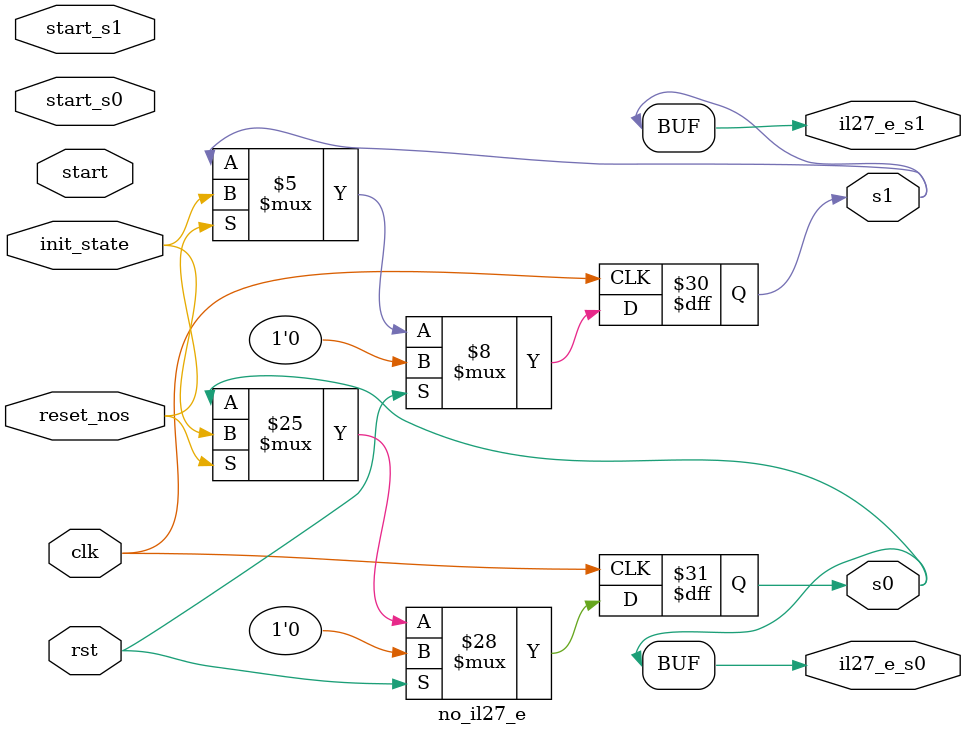
<source format=v>

module no_il27_e
(
  input clk,
  input start,
  input rst,
  input reset_nos,
  input start_s0,
  input start_s1,
  input init_state,
  output reg [1-1:0] s0,
  output reg [1-1:0] s1,
  output [1-1:0] il27_e_s0,
  output [1-1:0] il27_e_s1
);

  reg pass;

  always @(posedge clk) begin
    if(rst) begin
      s0 <= 1'd0;
      pass <= 1'b0;
    end else begin
      if(reset_nos) begin
        s0 <= init_state;
        pass <= 1;
      end else begin
        if(start_s0) begin
          if(pass) begin
            s0 <=  s0 ;
            pass <= 0;
          end else begin
            pass <= 1;
          end
        end 
      end
    end
  end


  always @(posedge clk) begin
    if(rst) begin
      s1 <= 1'd0;
    end else begin
      if(reset_nos) begin
        s1 <= init_state;
      end else begin
        if(start_s1) begin
          s1 <=  s1 ;
        end 
      end
    end
  end

  assign il27_e_s0 = s0;
  assign il27_e_s1 = s1;

endmodule

</source>
